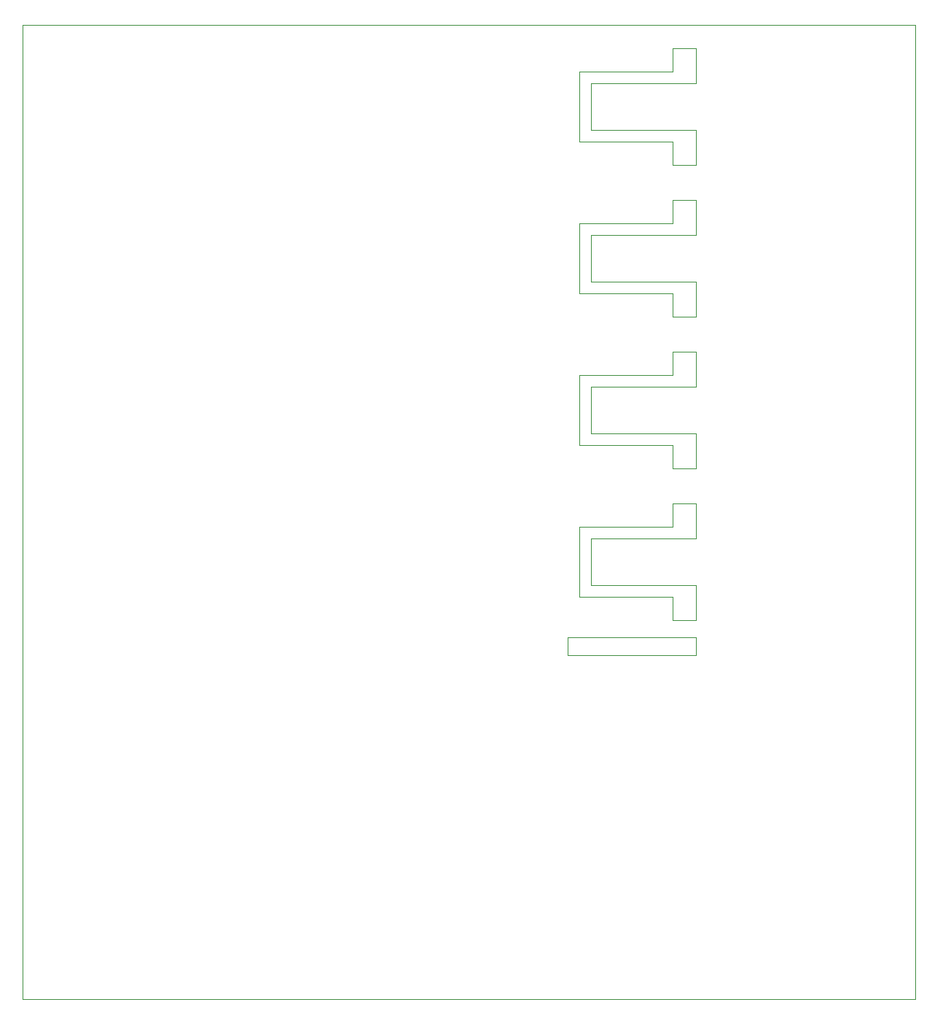
<source format=gbr>
G04 #@! TF.GenerationSoftware,KiCad,Pcbnew,(5.1.4)-1*
G04 #@! TF.CreationDate,2019-09-13T09:00:30-04:00*
G04 #@! TF.ProjectId,projector-screen-controller,70726f6a-6563-4746-9f72-2d7363726565,0.2*
G04 #@! TF.SameCoordinates,Original*
G04 #@! TF.FileFunction,Profile,NP*
%FSLAX46Y46*%
G04 Gerber Fmt 4.6, Leading zero omitted, Abs format (unit mm)*
G04 Created by KiCad (PCBNEW (5.1.4)-1) date 2019-09-13 09:00:30*
%MOMM*%
%LPD*%
G04 APERTURE LIST*
%ADD10C,0.100000*%
%ADD11C,0.050000*%
G04 APERTURE END LIST*
D10*
X133985000Y-111760000D02*
X147955000Y-111760000D01*
X133985000Y-113665000D02*
X133985000Y-111760000D01*
X147955000Y-113665000D02*
X133985000Y-113665000D01*
X147955000Y-111760000D02*
X147955000Y-113665000D01*
X147955000Y-106045000D02*
X136525000Y-106045000D01*
X147955000Y-97155000D02*
X145415000Y-97155000D01*
X145415000Y-99695000D02*
X135255000Y-99695000D01*
X136525000Y-100965000D02*
X147955000Y-100965000D01*
X136525000Y-106045000D02*
X136525000Y-100965000D01*
X135255000Y-99695000D02*
X135255000Y-107315000D01*
X135255000Y-107315000D02*
X145415000Y-107315000D01*
X145415000Y-107315000D02*
X145415000Y-109855000D01*
X147955000Y-109855000D02*
X147955000Y-106045000D01*
X145415000Y-97155000D02*
X145415000Y-99695000D01*
X147955000Y-100965000D02*
X147955000Y-97155000D01*
X145415000Y-109855000D02*
X147955000Y-109855000D01*
X147955000Y-89535000D02*
X136525000Y-89535000D01*
X147955000Y-80645000D02*
X145415000Y-80645000D01*
X145415000Y-83185000D02*
X135255000Y-83185000D01*
X136525000Y-84455000D02*
X147955000Y-84455000D01*
X136525000Y-89535000D02*
X136525000Y-84455000D01*
X135255000Y-83185000D02*
X135255000Y-90805000D01*
X135255000Y-90805000D02*
X145415000Y-90805000D01*
X145415000Y-90805000D02*
X145415000Y-93345000D01*
X147955000Y-93345000D02*
X147955000Y-89535000D01*
X145415000Y-80645000D02*
X145415000Y-83185000D01*
X147955000Y-84455000D02*
X147955000Y-80645000D01*
X145415000Y-93345000D02*
X147955000Y-93345000D01*
X147955000Y-73025000D02*
X136525000Y-73025000D01*
X147955000Y-64135000D02*
X145415000Y-64135000D01*
X145415000Y-66675000D02*
X135255000Y-66675000D01*
X136525000Y-67945000D02*
X147955000Y-67945000D01*
X136525000Y-73025000D02*
X136525000Y-67945000D01*
X135255000Y-66675000D02*
X135255000Y-74295000D01*
X135255000Y-74295000D02*
X145415000Y-74295000D01*
X145415000Y-74295000D02*
X145415000Y-76835000D01*
X147955000Y-76835000D02*
X147955000Y-73025000D01*
X145415000Y-64135000D02*
X145415000Y-66675000D01*
X147955000Y-67945000D02*
X147955000Y-64135000D01*
X145415000Y-76835000D02*
X147955000Y-76835000D01*
X145415000Y-60325000D02*
X147955000Y-60325000D01*
X147955000Y-51435000D02*
X147955000Y-47625000D01*
X147955000Y-47625000D02*
X145415000Y-47625000D01*
X145415000Y-47625000D02*
X145415000Y-50165000D01*
X145415000Y-50165000D02*
X135255000Y-50165000D01*
X145415000Y-57785000D02*
X145415000Y-60325000D01*
X147955000Y-60325000D02*
X147955000Y-56515000D01*
X136525000Y-51435000D02*
X147955000Y-51435000D01*
X147955000Y-56515000D02*
X136525000Y-56515000D01*
X136525000Y-56515000D02*
X136525000Y-51435000D01*
X135255000Y-57785000D02*
X145415000Y-57785000D01*
X135255000Y-50165000D02*
X135255000Y-57785000D01*
D11*
X74630000Y-45085000D02*
X171785000Y-45085000D01*
X74630000Y-151130000D02*
X74630000Y-45085000D01*
X171785000Y-151130000D02*
X74630000Y-151130000D01*
X171785000Y-45085000D02*
X171785000Y-151130000D01*
M02*

</source>
